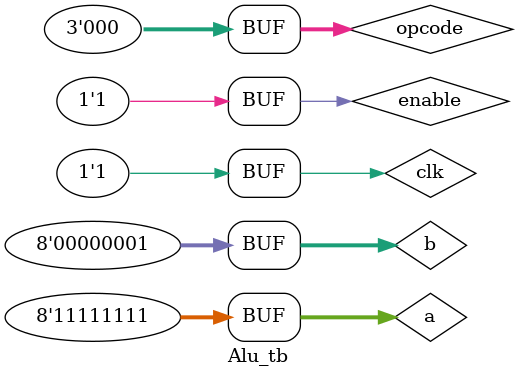
<source format=v>
`define ALU_ADD 3'b000
`define ALU_SUB 3'b001
`define ALU_INC 3'b010
`define ALU_DEC 3'b011
`define ALU_AND 3'b100
`define ALU_OR  3'b101
`define ALU_XOR 3'b110
`define ALU_ADC 3'b111

module Alu(
    input clk,
    input[2:0] opcode,
    input[7:0] a,
    input[7:0] b,
    input enable,
    output [7:0] out,
    output reg carry,
    output reg z
);
    reg [7:0] resultBuffer; 
    reg carryBuffer; 

    always @(posedge clk) begin
        if( enable ) begin
            case (opcode)
                `ALU_ADD: {carry, resultBuffer} = a + b;
                `ALU_ADC: {carry, resultBuffer} = a + b + carry;
                `ALU_SUB: {carry, resultBuffer} = a - b;
                `ALU_INC: {carry, resultBuffer} = a+1;
                `ALU_DEC: {carry, resultBuffer} = a-1;
                `ALU_AND: {carry, resultBuffer} = a&b;
                `ALU_OR: {carry, resultBuffer} = a|b;
                `ALU_XOR: {carry, resultBuffer} = a^b;
                default: resultBuffer = 'hxx;
            endcase
            z = (resultBuffer == 0) ? 1 : 0;
        end
    end

    assign out = (enable) ? resultBuffer : 8'bz;

endmodule


// test bench
module Alu_tb(    
);

    reg clk;
    reg [2:0] opcode;
    reg [7:0] a;
    reg [7:0] b;
    reg enable;
    wire carry;
    wire [7:0] out;
    wire z;

    Alu alu(clk, opcode, a, b, enable, out, carry, z);
    initial begin 
        $display("clk,\topcode,\ta,\t\tb,\t\tenable,\tout,\t\tcarry,\tz"); 
        $monitor("%b,\t%b,\t%b,\t%b,\t%b,\t%b,\t%b,\t%b", clk, opcode, a, b, enable, out, carry, z);

        #1  clk = 0; a=0; b=0;
        #2  clk = 1; a = 5; b=6; opcode=`ALU_ADD; enable=1;
        #3  clk = 0;
        #4  clk = 1; enable=0;
        #5  clk = 0;
        #6  clk = 1; a = 0; b=0; opcode=`ALU_ADD; enable=1;
        #7  clk = 0;
        #8  clk = 1; a = 255; b=1; opcode=`ALU_ADD; enable=1;
        #9  clk = 0;
        #10 clk = 1;

    end


endmodule
</source>
